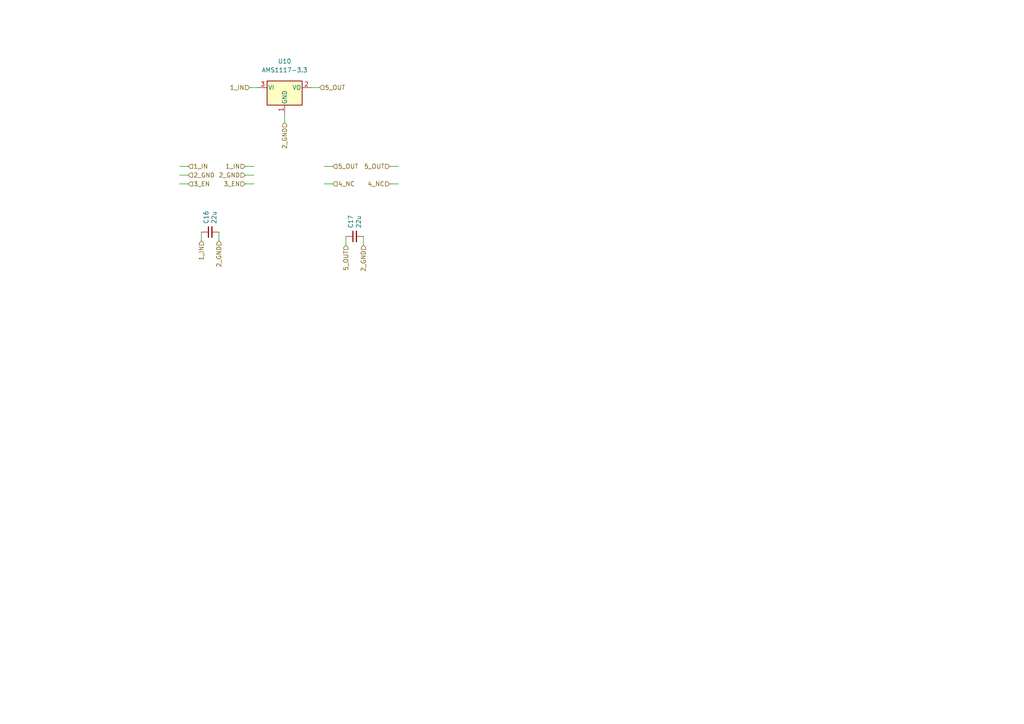
<source format=kicad_sch>
(kicad_sch (version 20230121) (generator eeschema)
  (paper "A4")
  (lib_symbols
    (symbol "FreeEEG32-ads131-rescue:C_Small-Device" (pin_numbers hide) (pin_names (offset 0.254) hide)
      (property "Reference" "C" (at 0.254 1.778 0))
      (property "Value" "C_Small-Device" (at 0.254 -2.032 0))
      (symbol "C_Small-Device_0_1"
        (polyline (pts (xy -1.524 -0.508) (xy 1.524 -0.508)) (stroke (width 0.3302)))
        (polyline (pts (xy -1.524 0.508) (xy 1.524 0.508)) (stroke (width 0.3048)))
      )
      (symbol "C_Small-Device_1_1"
        (pin passive line (at 0 2.54 270) (length 2.032) (name "~") (number "1"))
        (pin passive line (at 0 -2.54 90) (length 2.032) (name "~") (number "2"))
      )
    )
    (symbol "Regulator_Linear:AMS1117-3.3" (pin_names (offset 0.254))
      (property "Reference" "U" (at -3.81 3.175 0))
      (property "Value" "AMS1117-3.3" (at 0 3.175 0))
      (symbol "AMS1117-3.3_0_1"
        (rectangle (start -5.08 -5.08) (end 5.08 1.905) (stroke (width 0.254)) (fill (type background)))
      )
      (symbol "AMS1117-3.3_1_1"
        (pin power_in line (at 0 -7.62 90) (length 2.54) (name "GND") (number "1"))
        (pin power_out line (at 7.62 0 180) (length 2.54) (name "VO") (number "2"))
        (pin power_in line (at -7.62 0 0) (length 2.54) (name "VI") (number "3"))
      )
    )
  )
  (wire (pts (xy 82.55 35.56) (xy 82.55 33.02)))
  (wire (pts (xy 113.03 48.26) (xy 115.57 48.26)))
  (wire (pts (xy 100.33 71.12) (xy 100.33 68.58)))
  (wire (pts (xy 54.61 53.34) (xy 52.07 53.34)))
  (wire (pts (xy 113.03 53.34) (xy 115.57 53.34)))
  (wire (pts (xy 105.41 71.12) (xy 105.41 68.58)))
  (wire (pts (xy 54.61 50.8) (xy 52.07 50.8)))
  (wire (pts (xy 96.52 48.26) (xy 93.98 48.26)))
  (wire (pts (xy 63.5 69.85) (xy 63.5 67.31)))
  (wire (pts (xy 71.12 50.8) (xy 73.66 50.8)))
  (wire (pts (xy 58.42 69.85) (xy 58.42 67.31)))
  (wire (pts (xy 71.12 48.26) (xy 73.66 48.26)))
  (wire (pts (xy 54.61 48.26) (xy 52.07 48.26)))
  (wire (pts (xy 96.52 53.34) (xy 93.98 53.34)))
  (wire (pts (xy 71.12 53.34) (xy 73.66 53.34)))
  (wire (pts (xy 92.71 25.4) (xy 90.17 25.4)))
  (wire (pts (xy 72.39 25.4) (xy 74.93 25.4)))
  (hierarchical_label "1_IN" (shape input) (at 54.61 48.26 0))
  (hierarchical_label "2_GND" (shape input) (at 105.41 71.12 270))
  (hierarchical_label "1_IN" (shape input) (at 72.39 25.4 180))
  (hierarchical_label "2_GND" (shape input) (at 54.61 50.8 0))
  (hierarchical_label "5_OUT" (shape input) (at 92.71 25.4 0))
  (hierarchical_label "2_GND" (shape input) (at 71.12 50.8 180))
  (hierarchical_label "3_EN" (shape input) (at 54.61 53.34 0))
  (hierarchical_label "2_GND" (shape input) (at 82.55 35.56 270))
  (hierarchical_label "4_NC" (shape input) (at 96.52 53.34 0))
  (hierarchical_label "4_NC" (shape input) (at 113.03 53.34 180))
  (hierarchical_label "2_GND" (shape input) (at 63.5 69.85 270))
  (hierarchical_label "5_OUT" (shape input) (at 96.52 48.26 0))
  (hierarchical_label "5_OUT" (shape input) (at 113.03 48.26 180))
  (hierarchical_label "1_IN" (shape input) (at 58.42 69.85 270))
  (hierarchical_label "1_IN" (shape input) (at 71.12 48.26 180))
  (hierarchical_label "5_OUT" (shape input) (at 100.33 71.12 270))
  (hierarchical_label "3_EN" (shape input) (at 71.12 53.34 180))
  (symbol (lib_id "FreeEEG32-ads131-rescue:C_Small-Device") (at 102.87 68.58 90) (unit 1)
    (property "Reference" "C17" (at 101.7016 66.2432 0) (effects (justify left)))
    (property "Value" "22u" (at 104.013 66.2432 0) (effects (justify left)))
    (property "Footprint" "Capacitor_SMD:C_0805_2012Metric" (effects hide))
    (property "MNP" "GRM21BR60J226ME39L" (effects hide))
  )
  (symbol (lib_id "Regulator_Linear:AMS1117-3.3") (at 82.55 25.4 0) (unit 1)
    (property "Reference" "U10" (at 82.55 17.78 0))
    (property "Value" "AMS1117-3.3" (at 82.55 20.32 0))
    (property "Footprint" "Package_TO_SOT_SMD:SOT-223-3_TabPin2" (effects hide))
    (property "Datasheet" "http://www.advanced-monolithic.com/pdf/ds1117.pdf" (effects hide))
    (property "MNP" "TLV1117-33IDCY" (effects hide))
  )
  (symbol (lib_id "FreeEEG32-ads131-rescue:C_Small-Device") (at 60.96 67.31 90) (unit 1)
    (property "Reference" "C16" (at 59.7916 64.9732 0) (effects (justify left)))
    (property "Value" "22u" (at 62.103 64.9732 0) (effects (justify left)))
    (property "Footprint" "Capacitor_SMD:C_0805_2012Metric" (effects hide))
    (property "MNP" "GRM21BR60J226ME39L" (effects hide))
  )
)
</source>
